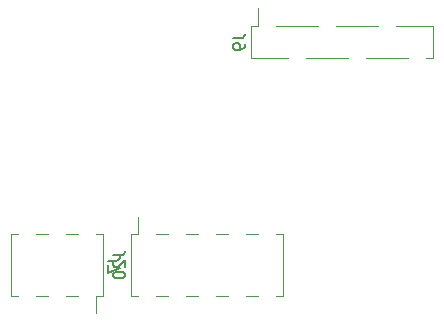
<source format=gbo>
G04 #@! TF.GenerationSoftware,KiCad,Pcbnew,5.1.2*
G04 #@! TF.CreationDate,2019-06-14T00:31:34-07:00*
G04 #@! TF.ProjectId,tinyfpga-raspi-romi-board,74696e79-6670-4676-912d-72617370692d,rev?*
G04 #@! TF.SameCoordinates,Original*
G04 #@! TF.FileFunction,Legend,Bot*
G04 #@! TF.FilePolarity,Positive*
%FSLAX46Y46*%
G04 Gerber Fmt 4.6, Leading zero omitted, Abs format (unit mm)*
G04 Created by KiCad (PCBNEW 5.1.2) date 2019-06-14 00:31:34*
%MOMM*%
%LPD*%
G04 APERTURE LIST*
%ADD10C,0.120000*%
%ADD11C,0.150000*%
G04 APERTURE END LIST*
D10*
X93838300Y-129064060D02*
X94858300Y-129064060D01*
X93838300Y-123864060D02*
X94858300Y-123864060D01*
X91298300Y-129064060D02*
X92318300Y-129064060D01*
X91298300Y-123864060D02*
X92318300Y-123864060D01*
X88758300Y-129064060D02*
X89778300Y-129064060D01*
X88758300Y-123864060D02*
X89778300Y-123864060D01*
X86218300Y-129064060D02*
X87238300Y-129064060D01*
X86218300Y-123864060D02*
X87238300Y-123864060D01*
X96378300Y-129064060D02*
X96948300Y-129064060D01*
X96378300Y-123864060D02*
X96948300Y-123864060D01*
X84128300Y-129064060D02*
X84698300Y-129064060D01*
X84128300Y-123864060D02*
X84698300Y-123864060D01*
X84698300Y-122424060D02*
X84698300Y-123864060D01*
X96948300Y-123864060D02*
X96948300Y-129064060D01*
X84128300Y-123864060D02*
X84128300Y-129064060D01*
X94288300Y-106264400D02*
X94288300Y-108924400D01*
X109648300Y-106264400D02*
X109648300Y-108924400D01*
X94288300Y-108924400D02*
X97398300Y-108924400D01*
X94858300Y-106264400D02*
X94858300Y-104744400D01*
X94288300Y-106264400D02*
X94858300Y-106264400D01*
X109078300Y-108924400D02*
X109648300Y-108924400D01*
X98918300Y-108924400D02*
X102478300Y-108924400D01*
X103998300Y-108924400D02*
X107558300Y-108924400D01*
X96378300Y-106264400D02*
X99938300Y-106264400D01*
X101458300Y-106264400D02*
X105018300Y-106264400D01*
X106538300Y-106264400D02*
X109648300Y-106264400D01*
X81708300Y-129064060D02*
X81708300Y-123864060D01*
X73968300Y-129064060D02*
X73968300Y-123864060D01*
X81138300Y-130504060D02*
X81138300Y-129064060D01*
X81708300Y-129064060D02*
X81138300Y-129064060D01*
X81708300Y-123864060D02*
X81138300Y-123864060D01*
X74538300Y-129064060D02*
X73968300Y-129064060D01*
X74538300Y-123864060D02*
X73968300Y-123864060D01*
X79618300Y-129064060D02*
X78598300Y-129064060D01*
X79618300Y-123864060D02*
X78598300Y-123864060D01*
X77078300Y-129064060D02*
X76058300Y-129064060D01*
X77078300Y-123864060D02*
X76058300Y-123864060D01*
D11*
X82580680Y-125654536D02*
X83294966Y-125654536D01*
X83437823Y-125606917D01*
X83533061Y-125511679D01*
X83580680Y-125368821D01*
X83580680Y-125273583D01*
X82675919Y-126083107D02*
X82628300Y-126130726D01*
X82580680Y-126225964D01*
X82580680Y-126464060D01*
X82628300Y-126559298D01*
X82675919Y-126606917D01*
X82771157Y-126654536D01*
X82866395Y-126654536D01*
X83009252Y-126606917D01*
X83580680Y-126035488D01*
X83580680Y-126654536D01*
X82580680Y-127273583D02*
X82580680Y-127368821D01*
X82628300Y-127464060D01*
X82675919Y-127511679D01*
X82771157Y-127559298D01*
X82961633Y-127606917D01*
X83199728Y-127606917D01*
X83390204Y-127559298D01*
X83485442Y-127511679D01*
X83533061Y-127464060D01*
X83580680Y-127368821D01*
X83580680Y-127273583D01*
X83533061Y-127178345D01*
X83485442Y-127130726D01*
X83390204Y-127083107D01*
X83199728Y-127035488D01*
X82961633Y-127035488D01*
X82771157Y-127083107D01*
X82675919Y-127130726D01*
X82628300Y-127178345D01*
X82580680Y-127273583D01*
X92740680Y-107261066D02*
X93454966Y-107261066D01*
X93597823Y-107213447D01*
X93693061Y-107118209D01*
X93740680Y-106975352D01*
X93740680Y-106880114D01*
X93740680Y-107784876D02*
X93740680Y-107975352D01*
X93693061Y-108070590D01*
X93645442Y-108118209D01*
X93502585Y-108213447D01*
X93312109Y-108261066D01*
X92931157Y-108261066D01*
X92835919Y-108213447D01*
X92788300Y-108165828D01*
X92740680Y-108070590D01*
X92740680Y-107880114D01*
X92788300Y-107784876D01*
X92835919Y-107737257D01*
X92931157Y-107689638D01*
X93169252Y-107689638D01*
X93264490Y-107737257D01*
X93312109Y-107784876D01*
X93359728Y-107880114D01*
X93359728Y-108070590D01*
X93312109Y-108165828D01*
X93264490Y-108213447D01*
X93169252Y-108261066D01*
X82160680Y-126130726D02*
X82874966Y-126130726D01*
X83017823Y-126083107D01*
X83113061Y-125987869D01*
X83160680Y-125845012D01*
X83160680Y-125749774D01*
X82160680Y-126511679D02*
X82160680Y-127178345D01*
X83160680Y-126749774D01*
M02*

</source>
